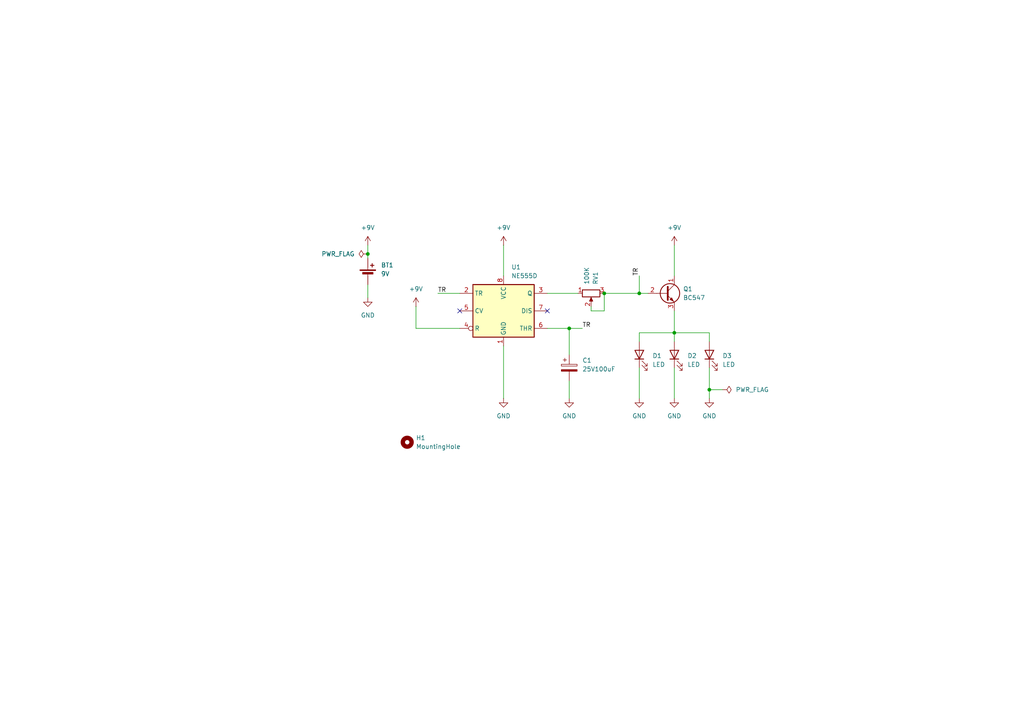
<source format=kicad_sch>
(kicad_sch (version 20250114) (generator "eeschema") (generator_version "9.0")
  (paper "A4")
  (title_block (title "Learn PCB Design") (date "2025-11-19") (rev "1.0.0"))
  (lib_symbols
    (symbol "Device:Battery_Cell" (pin_numbers (hide yes)) (pin_names (offset 0) (hide yes))
      (property "Reference" "BT" (at 2.54 2.54 0))
      (property "Value" "Battery_Cell" (at 2.54 0 0))
      (symbol "Battery_Cell_0_1"
        (rectangle (start -2.286 1.778) (end 2.286 1.524) (fill (type outline)))
        (rectangle (start -1.524 1.016) (end 1.524 0.508) (fill (type outline)))
        (polyline (pts (xy 0 1.778) (xy 0 2.54)))
        (polyline (pts (xy 0 0.762) (xy 0 0)))
        (polyline (pts (xy 0.762 3.048) (xy 1.778 3.048)) (stroke (width 0.254)))
        (polyline (pts (xy 1.27 3.556) (xy 1.27 2.54)) (stroke (width 0.254)))
      )
      (symbol "Battery_Cell_1_1"
        (pin passive line (at 0 5.08 270) (length 2.54) (name "+") (number "1"))
        (pin passive line (at 0 -2.54 90) (length 2.54) (name "-") (number "2"))
      )
    )
    (symbol "Device:C_Polarized" (pin_numbers (hide yes)) (pin_names (offset 0.254))
      (property "Reference" "C" (at 0.635 2.54 0))
      (property "Value" "C_Polarized" (at 0.635 -2.54 0))
      (symbol "C_Polarized_0_1"
        (rectangle (start -2.286 0.508) (end 2.286 1.016))
        (polyline (pts (xy -1.778 2.286) (xy -0.762 2.286)))
        (polyline (pts (xy -1.27 2.794) (xy -1.27 1.778)))
        (rectangle (start 2.286 -0.508) (end -2.286 -1.016) (fill (type outline)))
      )
      (symbol "C_Polarized_1_1"
        (pin passive line (at 0 3.81 270) (length 2.794) (name "~") (number "1"))
        (pin passive line (at 0 -3.81 90) (length 2.794) (name "~") (number "2"))
      )
    )
    (symbol "Device:LED" (pin_numbers (hide yes)) (pin_names (offset 1.016) (hide yes))
      (property "Reference" "D" (at 0 2.54 0))
      (property "Value" "LED" (at 0 -2.54 0))
      (symbol "LED_0_1"
        (polyline (pts (xy -3.048 -0.762) (xy -4.572 -2.286) (xy -3.81 -2.286) (xy -4.572 -2.286) (xy -4.572 -1.524)))
        (polyline (pts (xy -1.778 -0.762) (xy -3.302 -2.286) (xy -2.54 -2.286) (xy -3.302 -2.286) (xy -3.302 -1.524)))
        (polyline (pts (xy -1.27 0) (xy 1.27 0)))
        (polyline (pts (xy -1.27 -1.27) (xy -1.27 1.27)) (stroke (width 0.254)))
        (polyline (pts (xy 1.27 -1.27) (xy 1.27 1.27) (xy -1.27 0) (xy 1.27 -1.27)) (stroke (width 0.254)))
      )
      (symbol "LED_1_1"
        (pin passive line (at -3.81 0 0) (length 2.54) (name "K") (number "1"))
        (pin passive line (at 3.81 0 180) (length 2.54) (name "A") (number "2"))
      )
    )
    (symbol "Device:R_Potentiometer" (pin_names (offset 1.016) (hide yes))
      (property "Reference" "RV" (at -4.445 0 90))
      (property "Value" "R_Potentiometer" (at -2.54 0 90))
      (symbol "R_Potentiometer_0_1"
        (rectangle (start 1.016 2.54) (end -1.016 -2.54) (stroke (width 0.254)))
        (polyline (pts (xy 1.143 0) (xy 2.286 0.508) (xy 2.286 -0.508) (xy 1.143 0)) (fill (type outline)))
        (polyline (pts (xy 2.54 0) (xy 1.524 0)))
      )
      (symbol "R_Potentiometer_1_1"
        (pin passive line (at 0 3.81 270) (length 1.27) (name "1") (number "1"))
        (pin passive line (at 0 -3.81 90) (length 1.27) (name "3") (number "3"))
        (pin passive line (at 3.81 0 180) (length 1.27) (name "2") (number "2"))
      )
    )
    (symbol "Mechanical:MountingHole" (pin_names (offset 1.016)) (in_bom no)
      (property "Reference" "H" (at 0 5.08 0))
      (property "Value" "MountingHole" (at 0 3.175 0))
      (symbol "MountingHole_0_1"
        (circle (center 0 0) (radius 1.27) (stroke (width 1.27)))
      )
    )
    (symbol "Timer:NE555D"
      (property "Reference" "U" (at -10.16 8.89 0))
      (property "Value" "NE555D" (at 2.54 8.89 0))
      (symbol "NE555D_0_0"
        (pin power_in line (at 0 10.16 270) (length 2.54) (name "VCC") (number "8"))
        (pin power_in line (at 0 -10.16 90) (length 2.54) (name "GND") (number "1"))
      )
      (symbol "NE555D_0_1"
        (rectangle (start -8.89 -7.62) (end 8.89 7.62) (stroke (width 0.254)) (fill (type background)))
        (rectangle (start -8.89 -7.62) (end 8.89 7.62) (stroke (width 0.254)) (fill (type background)))
      )
      (symbol "NE555D_1_1"
        (pin input line (at -12.7 5.08 0) (length 3.81) (name "TR") (number "2"))
        (pin input line (at -12.7 0 0) (length 3.81) (name "CV") (number "5"))
        (pin input inverted (at -12.7 -5.08 0) (length 3.81) (name "R") (number "4"))
        (pin output line (at 12.7 5.08 180) (length 3.81) (name "Q") (number "3"))
        (pin input line (at 12.7 0 180) (length 3.81) (name "DIS") (number "7"))
        (pin input line (at 12.7 -5.08 180) (length 3.81) (name "THR") (number "6"))
      )
    )
    (symbol "Transistor_BJT:BC547" (pin_names (offset 0) (hide yes))
      (property "Reference" "Q" (at 5.08 1.905 0))
      (property "Value" "BC547" (at 5.08 0 0))
      (symbol "BC547_0_1"
        (polyline (pts (xy -2.54 0) (xy 0.635 0)))
        (polyline (pts (xy 0.635 1.905) (xy 0.635 -1.905)) (stroke (width 0.508)))
        (circle (center 1.27 0) (radius 2.8194) (stroke (width 0.254)))
      )
      (symbol "BC547_1_1"
        (polyline (pts (xy 0.635 0.635) (xy 2.54 2.54)))
        (polyline (pts (xy 0.635 -0.635) (xy 2.54 -2.54)))
        (polyline (pts (xy 1.27 -1.778) (xy 1.778 -1.27) (xy 2.286 -2.286) (xy 1.27 -1.778)) (fill (type outline)))
        (pin input line (at -5.08 0 0) (length 2.54) (name "B") (number "2"))
        (pin passive line (at 2.54 5.08 270) (length 2.54) (name "C") (number "1"))
        (pin passive line (at 2.54 -5.08 90) (length 2.54) (name "E") (number "3"))
      )
    )
    (symbol "power:+9V" (power) (pin_numbers (hide yes)) (pin_names (offset 0) (hide yes))
      (property "Value" "+9V" (at 0 3.556 0))
      (symbol "+9V_0_1"
        (polyline (pts (xy -0.762 1.27) (xy 0 2.54)))
        (polyline (pts (xy 0 2.54) (xy 0.762 1.27)))
        (polyline (pts (xy 0 0) (xy 0 2.54)))
      )
      (symbol "+9V_1_1"
        (pin power_in line (at 0 0 90) (length 0) (name "~") (number "1"))
      )
    )
    (symbol "power:GND" (power) (pin_numbers (hide yes)) (pin_names (offset 0) (hide yes))
      (property "Value" "GND" (at 0 -3.81 0))
      (symbol "GND_0_1"
        (polyline (pts (xy 0 0) (xy 0 -1.27) (xy 1.27 -1.27) (xy 0 -2.54) (xy -1.27 -1.27) (xy 0 -1.27)))
      )
      (symbol "GND_1_1"
        (pin power_in line (at 0 0 270) (length 0) (name "~") (number "1"))
      )
    )
    (symbol "power:PWR_FLAG" (power) (pin_numbers (hide yes)) (pin_names (offset 0) (hide yes))
      (property "Value" "PWR_FLAG" (at 0 3.81 0))
      (symbol "PWR_FLAG_0_0"
        (pin power_out line (at 0 0 90) (length 0) (name "~") (number "1"))
      )
      (symbol "PWR_FLAG_0_1"
        (polyline (pts (xy 0 0) (xy 0 1.27) (xy -1.016 1.905) (xy 0 2.54) (xy 1.016 1.905) (xy 0 1.27)))
      )
    )
  )
  (junction (at 185.42 85.09))
  (junction (at 195.58 96.52))
  (junction (at 205.74 113.03))
  (junction (at 165.1 95.25))
  (junction (at 106.68 73.66))
  (junction (at 175.26 85.09))
  (no_connect (at 158.75 90.17))
  (no_connect (at 133.35 90.17))
  (wire (pts (xy 195.58 71.12) (xy 195.58 80.01)))
  (wire (pts (xy 205.74 99.06) (xy 205.74 96.52)))
  (wire (pts (xy 165.1 110.49) (xy 165.1 115.57)))
  (wire (pts (xy 106.68 73.66) (xy 106.68 74.93)))
  (wire (pts (xy 185.42 99.06) (xy 185.42 96.52)))
  (wire (pts (xy 205.74 113.03) (xy 209.55 113.03)))
  (wire (pts (xy 127 85.09) (xy 133.35 85.09)))
  (wire (pts (xy 175.26 85.09) (xy 175.26 90.17)))
  (wire (pts (xy 106.68 82.55) (xy 106.68 86.36)))
  (wire (pts (xy 158.75 85.09) (xy 167.64 85.09)))
  (wire (pts (xy 185.42 85.09) (xy 187.96 85.09)))
  (wire (pts (xy 133.35 95.25) (xy 120.65 95.25)))
  (wire (pts (xy 195.58 96.52) (xy 195.58 99.06)))
  (wire (pts (xy 205.74 106.68) (xy 205.74 113.03)))
  (wire (pts (xy 195.58 106.68) (xy 195.58 115.57)))
  (wire (pts (xy 171.45 90.17) (xy 175.26 90.17)))
  (wire (pts (xy 106.68 71.12) (xy 106.68 73.66)))
  (wire (pts (xy 146.05 100.33) (xy 146.05 115.57)))
  (wire (pts (xy 146.05 71.12) (xy 146.05 80.01)))
  (wire (pts (xy 185.42 96.52) (xy 195.58 96.52)))
  (wire (pts (xy 195.58 90.17) (xy 195.58 96.52)))
  (wire (pts (xy 171.45 90.17) (xy 171.45 88.9)))
  (wire (pts (xy 185.42 106.68) (xy 185.42 115.57)))
  (wire (pts (xy 165.1 95.25) (xy 165.1 102.87)))
  (wire (pts (xy 205.74 96.52) (xy 195.58 96.52)))
  (wire (pts (xy 158.75 95.25) (xy 165.1 95.25)))
  (wire (pts (xy 120.65 88.9) (xy 120.65 95.25)))
  (wire (pts (xy 185.42 80.01) (xy 185.42 85.09)))
  (wire (pts (xy 175.26 85.09) (xy 185.42 85.09)))
  (wire (pts (xy 205.74 113.03) (xy 205.74 115.57)))
  (wire (pts (xy 165.1 95.25) (xy 168.91 95.25)))
  (label "TR" (at 168.91 95.25 0))
  (label "TR" (at 185.42 80.01 90))
  (label "TR" (at 127 85.09 0))
  (symbol (lib_id "Device:LED") (at 185.42 102.87 90) (unit 1)
    (property "Reference" "D1" (at 189.23 103.1875 90) (effects (justify right)))
    (property "Value" "LED" (at 189.23 105.7275 90) (effects (justify right)))
    (property "Footprint" "LED_THT:LED_D5.0mm_Clear" (effects (hide yes)))
    (property "Description" "Light emitting diode" (effects (hide yes)))
    (property "Sim.Pins" "1=K 2=A" (effects (hide yes)))
  )
  (symbol (lib_id "power:PWR_FLAG") (at 106.68 73.66 90) (unit 1)
    (property "Reference" "#FLG01" (effects (hide yes)))
    (property "Value" "PWR_FLAG" (at 102.87 73.66 90) (effects (justify left)))
    (property "Description" "Special symbol for telling ERC where power comes from" (effects (hide yes)))
  )
  (symbol (lib_id "power:+9V") (at 120.65 88.9 0) (unit 1)
    (property "Reference" "#PWR03" (effects (hide yes)))
    (property "Value" "+9V" (at 120.65 83.82 0))
    (property "Description" "Power symbol creates a global label with name \"+9V\"" (effects (hide yes)))
  )
  (symbol (lib_id "Device:LED") (at 205.74 102.87 90) (unit 1)
    (property "Reference" "D3" (at 209.55 103.1875 90) (effects (justify right)))
    (property "Value" "LED" (at 209.55 105.7275 90) (effects (justify right)))
    (property "Footprint" "LED_THT:LED_D5.0mm_Clear" (effects (hide yes)))
    (property "Description" "Light emitting diode" (effects (hide yes)))
    (property "Sim.Pins" "1=K 2=A" (effects (hide yes)))
  )
  (symbol (lib_id "power:+9V") (at 195.58 71.12 0) (unit 1)
    (property "Reference" "#PWR09" (effects (hide yes)))
    (property "Value" "+9V" (at 195.58 66.04 0))
    (property "Description" "Power symbol creates a global label with name \"+9V\"" (effects (hide yes)))
  )
  (symbol (lib_id "power:GND") (at 165.1 115.57 0) (unit 1)
    (property "Reference" "#PWR010" (effects (hide yes)))
    (property "Value" "GND" (at 165.1 120.65 0))
    (property "Description" "Power symbol creates a global label with name \"GND\" , ground" (effects (hide yes)))
  )
  (symbol (lib_id "power:GND") (at 106.68 86.36 0) (unit 1)
    (property "Reference" "#PWR06" (effects (hide yes)))
    (property "Value" "GND" (at 106.68 91.44 0))
    (property "Description" "Power symbol creates a global label with name \"GND\" , ground" (effects (hide yes)))
  )
  (symbol (lib_id "Device:LED") (at 195.58 102.87 90) (unit 1)
    (property "Reference" "D2" (at 199.39 103.1875 90) (effects (justify right)))
    (property "Value" "LED" (at 199.39 105.7275 90) (effects (justify right)))
    (property "Footprint" "LED_THT:LED_D5.0mm_Clear" (effects (hide yes)))
    (property "Description" "Light emitting diode" (effects (hide yes)))
    (property "Sim.Pins" "1=K 2=A" (effects (hide yes)))
  )
  (symbol (lib_id "power:+9V") (at 106.68 71.12 0) (unit 1)
    (property "Reference" "#PWR05" (effects (hide yes)))
    (property "Value" "+9V" (at 106.68 66.04 0))
    (property "Description" "Power symbol creates a global label with name \"+9V\"" (effects (hide yes)))
  )
  (symbol (lib_id "Device:R_Potentiometer") (at 171.45 85.09 90) (mirror x) (unit 1)
    (property "Reference" "RV1" (at 172.72 82.55 0) (effects (justify right)))
    (property "Value" "100K" (at 170.18 82.55 0) (effects (justify right)))
    (property "Footprint" "Potentiometer_THT:Potentiometer_Bourns_3296Y_Vertical" (effects (hide yes)))
    (property "Description" "Potentiometer" (effects (hide yes)))
  )
  (symbol (lib_id "Mechanical:MountingHole") (at 118.11 128.27 0) (unit 1) (in_bom no)
    (property "Reference" "H1" (at 120.65 127 0) (effects (justify left)))
    (property "Value" "MountingHole" (at 120.65 129.54 0) (effects (justify left)))
    (property "Footprint" "MountingHole:MountingHole_2.1mm" (effects (hide yes)))
    (property "Description" "Mounting Hole without connection" (effects (hide yes)))
  )
  (symbol (lib_id "Timer:NE555D") (at 146.05 90.17 0) (unit 1)
    (property "Reference" "U1" (at 148.3077 77.47 0) (effects (justify left)))
    (property "Value" "NE555D" (at 148.3077 80.01 0) (effects (justify left)))
    (property "Footprint" "Package_SO:SOIC-8_3.9x4.9mm_P1.27mm" (effects (hide yes)))
    (property "Datasheet" "http://www.ti.com/lit/ds/symlink/ne555.pdf" (effects (hide yes)))
    (property "Description" "Precision Timers, 555 compatible, SOIC-8" (effects (hide yes)))
  )
  (symbol (lib_id "power:+9V") (at 146.05 71.12 0) (unit 1)
    (property "Reference" "#PWR07" (effects (hide yes)))
    (property "Value" "+9V" (at 146.05 66.04 0))
    (property "Description" "Power symbol creates a global label with name \"+9V\"" (effects (hide yes)))
  )
  (symbol (lib_id "Transistor_BJT:BC547") (at 193.04 85.09 0) (unit 1)
    (property "Reference" "Q1" (at 198.12 83.82 0) (effects (justify left)))
    (property "Value" "BC547" (at 198.12 86.36 0) (effects (justify left)))
    (property "Footprint" "Package_TO_SOT_THT:TO-92" (effects (hide yes)))
    (property "Datasheet" "https://www.onsemi.com/pub/Collateral/BC550-D.pdf" (effects (hide yes)))
    (property "Description" "0.1A Ic, 45V Vce, Small Signal NPN Transistor, TO-92" (effects (hide yes)))
  )
  (symbol (lib_id "power:GND") (at 205.74 115.57 0) (unit 1)
    (property "Reference" "#PWR08" (effects (hide yes)))
    (property "Value" "GND" (at 205.74 120.65 0))
    (property "Description" "Power symbol creates a global label with name \"GND\" , ground" (effects (hide yes)))
  )
  (symbol (lib_id "power:GND") (at 185.42 115.57 0) (unit 1)
    (property "Reference" "#PWR01" (effects (hide yes)))
    (property "Value" "GND" (at 185.42 120.65 0))
    (property "Description" "Power symbol creates a global label with name \"GND\" , ground" (effects (hide yes)))
  )
  (symbol (lib_id "Device:C_Polarized") (at 165.1 106.68 0) (unit 1)
    (property "Reference" "C1" (at 168.91 104.521 0) (effects (justify left)))
    (property "Value" "25V100uF" (at 168.91 107.061 0) (effects (justify left)))
    (property "Footprint" "Capacitor_THT:CP_Radial_D5.0mm_P2.00mm" (effects (hide yes)))
    (property "Description" "Polarized capacitor" (effects (hide yes)))
  )
  (symbol (lib_id "power:GND") (at 146.05 115.57 0) (unit 1)
    (property "Reference" "#PWR04" (effects (hide yes)))
    (property "Value" "GND" (at 146.05 120.65 0))
    (property "Description" "Power symbol creates a global label with name \"GND\" , ground" (effects (hide yes)))
  )
  (symbol (lib_id "power:PWR_FLAG") (at 209.55 113.03 270) (unit 1)
    (property "Reference" "#FLG02" (effects (hide yes)))
    (property "Value" "PWR_FLAG" (at 213.36 113.03 90) (effects (justify left)))
    (property "Description" "Special symbol for telling ERC where power comes from" (effects (hide yes)))
  )
  (symbol (lib_id "Device:Battery_Cell") (at 106.68 80.01 0) (unit 1)
    (property "Reference" "BT1" (at 110.49 76.8985 0) (effects (justify left)))
    (property "Value" "9V" (at 110.49 79.4385 0) (effects (justify left)))
    (property "Footprint" "TerminalBlock_Phoenix:TerminalBlock_Phoenix_MKDS-1,5-2-5.08_1x02_P5.08mm_Horizontal" (effects (hide yes)))
    (property "Description" "Single-cell battery" (effects (hide yes)))
  )
  (symbol (lib_id "power:GND") (at 195.58 115.57 0) (unit 1)
    (property "Reference" "#PWR02" (effects (hide yes)))
    (property "Value" "GND" (at 195.58 120.65 0))
    (property "Description" "Power symbol creates a global label with name \"GND\" , ground" (effects (hide yes)))
  )
)
</source>
